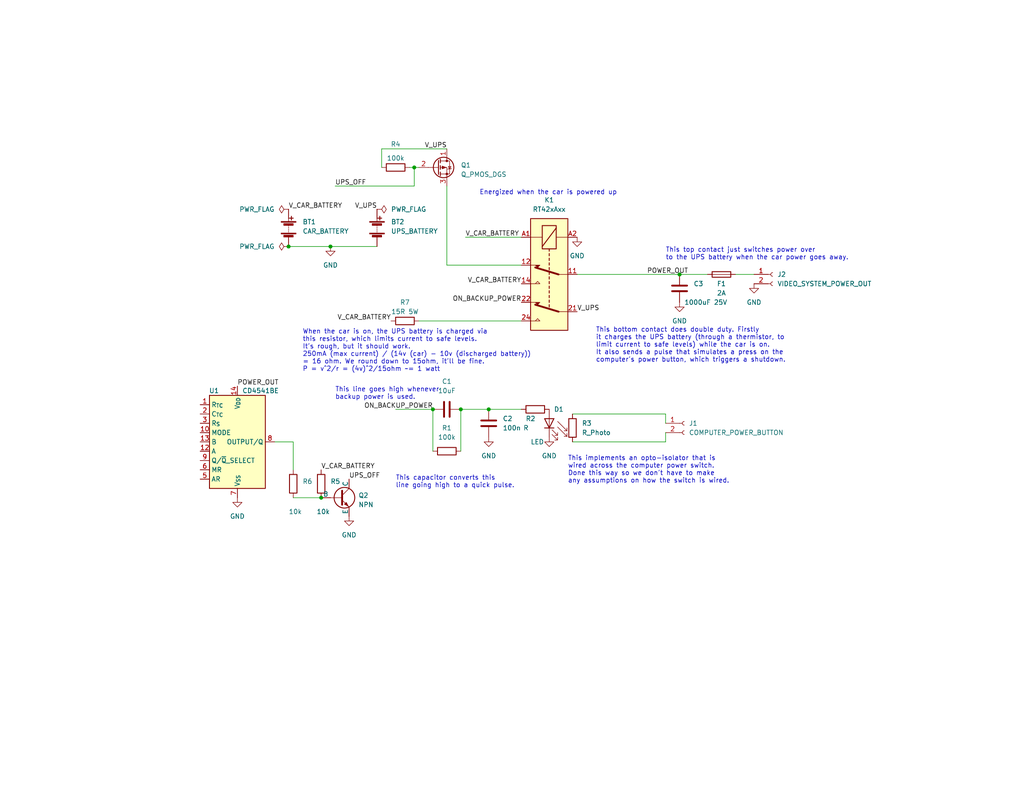
<source format=kicad_sch>
(kicad_sch (version 20230121) (generator eeschema)
  (paper "USLetter")
  (lib_symbols
    (symbol "Connector:Conn_01x02_Female" (pin_names (offset 1.016) hide)
      (property "Reference" "J" (at 0 2.54 0))
      (property "Value" "Conn_01x02_Female" (at 0 -5.08 0))
      (symbol "Conn_01x02_Female_1_1"
        (arc (start 0 -2.032) (mid -0.5058 -2.54) (end 0 -3.048) (stroke (width 0.1524)))
        (polyline (pts (xy -1.27 -2.54) (xy -0.508 -2.54)) (stroke (width 0.1524)))
        (polyline (pts (xy -1.27 0) (xy -0.508 0)) (stroke (width 0.1524)))
        (arc (start 0 0.508) (mid -0.5058 0) (end 0 -0.508) (stroke (width 0.1524)))
        (pin passive line (at -5.08 0 0) (length 3.81) (name "Pin_1") (number "1"))
        (pin passive line (at -5.08 -2.54 0) (length 3.81) (name "Pin_2") (number "2"))
      )
    )
    (symbol "Device:Battery" (pin_numbers hide) (pin_names (offset 0) hide)
      (property "Reference" "BT" (at 2.54 2.54 0))
      (property "Value" "Battery" (at 2.54 0 0))
      (symbol "Battery_0_1"
        (rectangle (start -2.032 -1.397) (end 2.032 -1.651) (fill (type outline)))
        (rectangle (start -2.032 1.778) (end 2.032 1.524) (fill (type outline)))
        (rectangle (start -1.3208 -1.9812) (end 1.27 -2.4892) (fill (type outline)))
        (rectangle (start -1.3208 1.1938) (end 1.27 0.6858) (fill (type outline)))
        (polyline (pts (xy 0 -1.524) (xy 0 -1.27)))
        (polyline (pts (xy 0 -1.016) (xy 0 -0.762)))
        (polyline (pts (xy 0 -0.508) (xy 0 -0.254)))
        (polyline (pts (xy 0 0) (xy 0 0.254)))
        (polyline (pts (xy 0 0.508) (xy 0 0.762)))
        (polyline (pts (xy 0 1.778) (xy 0 2.54)))
        (polyline (pts (xy 0.254 2.667) (xy 1.27 2.667)) (stroke (width 0.254)))
        (polyline (pts (xy 0.762 3.175) (xy 0.762 2.159)) (stroke (width 0.254)))
      )
      (symbol "Battery_1_1"
        (pin passive line (at 0 5.08 270) (length 2.54) (name "+") (number "1"))
        (pin passive line (at 0 -5.08 90) (length 2.54) (name "-") (number "2"))
      )
    )
    (symbol "Device:C" (pin_numbers hide) (pin_names (offset 0.254))
      (property "Reference" "C" (at 0.635 2.54 0))
      (property "Value" "C" (at 0.635 -2.54 0))
      (symbol "C_0_1"
        (polyline (pts (xy -2.032 -0.762) (xy 2.032 -0.762)) (stroke (width 0.508)))
        (polyline (pts (xy -2.032 0.762) (xy 2.032 0.762)) (stroke (width 0.508)))
      )
      (symbol "C_1_1"
        (pin passive line (at 0 3.81 270) (length 2.794) (name "~") (number "1"))
        (pin passive line (at 0 -3.81 90) (length 2.794) (name "~") (number "2"))
      )
    )
    (symbol "Device:Fuse" (pin_numbers hide) (pin_names (offset 0))
      (property "Reference" "F" (at 2.032 0 90))
      (property "Value" "Fuse" (at -1.905 0 90))
      (symbol "Fuse_0_1"
        (rectangle (start -0.762 -2.54) (end 0.762 2.54) (stroke (width 0.254)))
        (polyline (pts (xy 0 2.54) (xy 0 -2.54)))
      )
      (symbol "Fuse_1_1"
        (pin passive line (at 0 3.81 270) (length 1.27) (name "~") (number "1"))
        (pin passive line (at 0 -3.81 90) (length 1.27) (name "~") (number "2"))
      )
    )
    (symbol "Device:LED" (pin_numbers hide) (pin_names (offset 1.016) hide)
      (property "Reference" "D" (at 0 2.54 0))
      (property "Value" "LED" (at 0 -2.54 0))
      (symbol "LED_0_1"
        (polyline (pts (xy -1.27 -1.27) (xy -1.27 1.27)) (stroke (width 0.254)))
        (polyline (pts (xy -1.27 0) (xy 1.27 0)))
        (polyline (pts (xy 1.27 -1.27) (xy 1.27 1.27) (xy -1.27 0) (xy 1.27 -1.27)) (stroke (width 0.254)))
        (polyline (pts (xy -3.048 -0.762) (xy -4.572 -2.286) (xy -3.81 -2.286) (xy -4.572 -2.286) (xy -4.572 -1.524)))
        (polyline (pts (xy -1.778 -0.762) (xy -3.302 -2.286) (xy -2.54 -2.286) (xy -3.302 -2.286) (xy -3.302 -1.524)))
      )
      (symbol "LED_1_1"
        (pin passive line (at -3.81 0 0) (length 2.54) (name "K") (number "1"))
        (pin passive line (at 3.81 0 180) (length 2.54) (name "A") (number "2"))
      )
    )
    (symbol "Device:Q_PMOS_DGS" (pin_names (offset 0) hide)
      (property "Reference" "Q" (at 5.08 1.27 0))
      (property "Value" "Q_PMOS_DGS" (at 5.08 -1.27 0))
      (symbol "Q_PMOS_DGS_0_1"
        (polyline (pts (xy 0.254 0) (xy -2.54 0)))
        (polyline (pts (xy 0.254 1.905) (xy 0.254 -1.905)) (stroke (width 0.254)))
        (polyline (pts (xy 0.762 -1.27) (xy 0.762 -2.286)) (stroke (width 0.254)))
        (polyline (pts (xy 0.762 0.508) (xy 0.762 -0.508)) (stroke (width 0.254)))
        (polyline (pts (xy 0.762 2.286) (xy 0.762 1.27)) (stroke (width 0.254)))
        (polyline (pts (xy 2.54 2.54) (xy 2.54 1.778)))
        (polyline (pts (xy 2.54 -2.54) (xy 2.54 0) (xy 0.762 0)))
        (polyline (pts (xy 0.762 1.778) (xy 3.302 1.778) (xy 3.302 -1.778) (xy 0.762 -1.778)))
        (polyline (pts (xy 2.286 0) (xy 1.27 0.381) (xy 1.27 -0.381) (xy 2.286 0)) (fill (type outline)))
        (polyline (pts (xy 2.794 -0.508) (xy 2.921 -0.381) (xy 3.683 -0.381) (xy 3.81 -0.254)))
        (polyline (pts (xy 3.302 -0.381) (xy 2.921 0.254) (xy 3.683 0.254) (xy 3.302 -0.381)))
        (circle (center 1.651 0) (radius 2.794) (stroke (width 0.254)))
        (circle (center 2.54 -1.778) (radius 0.254) (fill (type outline)))
        (circle (center 2.54 1.778) (radius 0.254) (fill (type outline)))
      )
      (symbol "Q_PMOS_DGS_1_1"
        (pin passive line (at 2.54 5.08 270) (length 2.54) (name "D") (number "1"))
        (pin input line (at -5.08 0 0) (length 2.54) (name "G") (number "2"))
        (pin passive line (at 2.54 -5.08 90) (length 2.54) (name "S") (number "3"))
      )
    )
    (symbol "Device:R" (pin_numbers hide) (pin_names (offset 0))
      (property "Reference" "R" (at 2.032 0 90))
      (property "Value" "R" (at 0 0 90))
      (symbol "R_0_1"
        (rectangle (start -1.016 -2.54) (end 1.016 2.54) (stroke (width 0.254)))
      )
      (symbol "R_1_1"
        (pin passive line (at 0 3.81 270) (length 1.27) (name "~") (number "1"))
        (pin passive line (at 0 -3.81 90) (length 1.27) (name "~") (number "2"))
      )
    )
    (symbol "Device:R_Photo" (pin_numbers hide) (pin_names (offset 0))
      (property "Reference" "R" (at 1.27 1.27 0))
      (property "Value" "R_Photo" (at 1.27 0 0))
      (symbol "R_Photo_0_1"
        (rectangle (start -1.016 2.54) (end 1.016 -2.54) (stroke (width 0.254)))
        (polyline (pts (xy -1.524 -2.286) (xy -4.064 0.254)))
        (polyline (pts (xy -1.524 -2.286) (xy -2.286 -2.286)))
        (polyline (pts (xy -1.524 -2.286) (xy -1.524 -1.524)))
        (polyline (pts (xy -1.524 -0.762) (xy -4.064 1.778)))
        (polyline (pts (xy -1.524 -0.762) (xy -2.286 -0.762)))
        (polyline (pts (xy -1.524 -0.762) (xy -1.524 0)))
      )
      (symbol "R_Photo_1_1"
        (pin passive line (at 0 3.81 270) (length 1.27) (name "~") (number "1"))
        (pin passive line (at 0 -3.81 90) (length 1.27) (name "~") (number "2"))
      )
    )
    (symbol "GND_1" (power) (pin_names (offset 0))
      (property "Value" "GND_1" (at 0 -3.81 0))
      (symbol "GND_1_0_1"
        (polyline (pts (xy 0 0) (xy 0 -1.27) (xy 1.27 -1.27) (xy 0 -2.54) (xy -1.27 -1.27) (xy 0 -1.27)))
      )
      (symbol "GND_1_1_1"
        (pin power_in line (at 0 0 270) (length 0) hide (name "GND") (number "1"))
      )
    )
    (symbol "Relay:RT42xAxx"
      (property "Reference" "K" (at 16.51 3.81 0))
      (property "Value" "RT42xAxx" (at 16.51 1.27 0))
      (symbol "RT42xAxx_0_0"
        (polyline (pts (xy -7.62 1.905) (xy -12.7 -1.905)) (stroke (width 0.254)))
      )
      (symbol "RT42xAxx_0_1"
        (rectangle (start -15.24 5.08) (end 15.24 -5.08) (stroke (width 0.254)) (fill (type background)))
        (rectangle (start -13.335 1.905) (end -6.985 -1.905) (stroke (width 0.254)))
        (polyline (pts (xy -10.16 -5.08) (xy -10.16 -1.905)))
        (polyline (pts (xy -10.16 5.08) (xy -10.16 1.905)))
        (polyline (pts (xy -6.985 0) (xy -6.35 0)) (stroke (width 0.254)))
        (polyline (pts (xy -5.715 0) (xy -5.08 0)) (stroke (width 0.254)))
        (polyline (pts (xy -4.445 0) (xy -3.81 0)) (stroke (width 0.254)))
        (polyline (pts (xy -3.175 0) (xy -2.54 0)) (stroke (width 0.254)))
        (polyline (pts (xy -1.905 0) (xy -1.27 0)) (stroke (width 0.254)))
        (polyline (pts (xy -0.635 0) (xy 0 0)) (stroke (width 0.254)))
        (polyline (pts (xy 0 -2.54) (xy -1.905 3.81)) (stroke (width 0.508)))
        (polyline (pts (xy 0 -2.54) (xy 0 -5.08)))
        (polyline (pts (xy 0.635 0) (xy 1.27 0)) (stroke (width 0.254)))
        (polyline (pts (xy 1.905 0) (xy 2.54 0)) (stroke (width 0.254)))
        (polyline (pts (xy 3.175 0) (xy 3.81 0)) (stroke (width 0.254)))
        (polyline (pts (xy 4.445 0) (xy 5.08 0)) (stroke (width 0.254)))
        (polyline (pts (xy 5.715 0) (xy 6.35 0)) (stroke (width 0.254)))
        (polyline (pts (xy 6.985 0) (xy 7.62 0)) (stroke (width 0.254)))
        (polyline (pts (xy 8.255 0) (xy 8.89 0)) (stroke (width 0.254)))
        (polyline (pts (xy 10.16 -2.54) (xy 8.255 3.81)) (stroke (width 0.508)))
        (polyline (pts (xy 10.16 -2.54) (xy 10.16 -5.08)))
        (polyline (pts (xy -2.54 5.08) (xy -2.54 2.54) (xy -1.905 3.175) (xy -2.54 3.81)) (fill (type outline)))
        (polyline (pts (xy 2.54 5.08) (xy 2.54 2.54) (xy 1.905 3.175) (xy 2.54 3.81)))
        (polyline (pts (xy 7.62 5.08) (xy 7.62 2.54) (xy 8.255 3.175) (xy 7.62 3.81)) (fill (type outline)))
        (polyline (pts (xy 12.7 5.08) (xy 12.7 2.54) (xy 12.065 3.175) (xy 12.7 3.81)))
      )
      (symbol "RT42xAxx_1_1"
        (pin passive line (at 0 -7.62 90) (length 2.54) (name "~") (number "11"))
        (pin passive line (at -2.54 7.62 270) (length 2.54) (name "~") (number "12"))
        (pin passive line (at 2.54 7.62 270) (length 2.54) (name "~") (number "14"))
        (pin passive line (at 10.16 -7.62 90) (length 2.54) (name "~") (number "21"))
        (pin passive line (at 7.62 7.62 270) (length 2.54) (name "~") (number "22"))
        (pin passive line (at 12.7 7.62 270) (length 2.54) (name "~") (number "24"))
        (pin passive line (at -10.16 7.62 270) (length 2.54) (name "~") (number "A1"))
        (pin passive line (at -10.16 -7.62 90) (length 2.54) (name "~") (number "A2"))
      )
    )
    (symbol "Simulation_SPICE:NPN" (pin_numbers hide) (pin_names (offset 0))
      (property "Reference" "Q" (at -2.54 7.62 0))
      (property "Value" "NPN" (at -2.54 5.08 0))
      (symbol "NPN_0_1"
        (polyline (pts (xy -2.54 0) (xy 0.635 0)) (stroke (width 0.1524)))
        (polyline (pts (xy 0.635 0.635) (xy 2.54 2.54)))
        (polyline (pts (xy 2.794 -1.27) (xy 2.794 -1.27)) (stroke (width 0.1524)))
        (polyline (pts (xy 2.794 -1.27) (xy 2.794 -1.27)) (stroke (width 0.1524)))
        (polyline (pts (xy 0.635 -0.635) (xy 2.54 -2.54) (xy 2.54 -2.54)))
        (polyline (pts (xy 0.635 1.905) (xy 0.635 -1.905) (xy 0.635 -1.905)) (stroke (width 0.508)))
        (polyline (pts (xy 1.27 -1.778) (xy 1.778 -1.27) (xy 2.286 -2.286) (xy 1.27 -1.778) (xy 1.27 -1.778)) (fill (type outline)))
        (circle (center 1.27 0) (radius 2.8194) (stroke (width 0.254)))
      )
      (symbol "NPN_1_1"
        (pin open_collector line (at 2.54 5.08 270) (length 2.54) (name "C") (number "1"))
        (pin input line (at -5.08 0 0) (length 2.54) (name "B") (number "2"))
        (pin open_emitter line (at 2.54 -5.08 90) (length 2.54) (name "E") (number "3"))
      )
    )
    (symbol "Timer:CD4541BE"
      (property "Reference" "U" (at -7.62 15.24 0))
      (property "Value" "CD4541BE" (at 7.62 15.24 0))
      (symbol "CD4541BE_0_0"
        (pin input line (at -10.16 10.16 0) (length 2.54) (name "R_{TC}") (number "1"))
        (pin input line (at -10.16 2.54 0) (length 2.54) (name "MODE") (number "10"))
        (pin no_connect line (at 7.62 -7.62 180) (length 2.54) hide (name "NC") (number "11"))
        (pin input line (at -10.16 -2.54 0) (length 2.54) (name "A") (number "12"))
        (pin input line (at -10.16 0 0) (length 2.54) (name "B") (number "13"))
        (pin power_in line (at 0 15.24 270) (length 2.54) (name "V_{DD}") (number "14"))
        (pin input line (at -10.16 7.62 0) (length 2.54) (name "C_{TC}") (number "2"))
        (pin input line (at -10.16 5.08 0) (length 2.54) (name "R_{S}") (number "3"))
        (pin no_connect line (at 7.62 -5.08 180) (length 2.54) hide (name "NC") (number "4"))
        (pin input line (at -10.16 -10.16 0) (length 2.54) (name "AR") (number "5"))
        (pin input line (at -10.16 -7.62 0) (length 2.54) (name "MR") (number "6"))
        (pin power_in line (at 0 -15.24 90) (length 2.54) (name "V_{SS}") (number "7"))
        (pin output line (at 10.16 0 180) (length 2.54) (name "OUTPUT/Q") (number "8"))
        (pin input line (at -10.16 -5.08 0) (length 2.54) (name "Q/~{Q}_SELECT") (number "9"))
      )
      (symbol "CD4541BE_0_1"
        (rectangle (start 7.62 -12.7) (end -7.62 12.7) (stroke (width 0.254)) (fill (type background)))
      )
    )
    (symbol "power:GND" (power) (pin_names (offset 0))
      (property "Value" "GND" (at 0 -3.81 0))
      (symbol "GND_0_1"
        (polyline (pts (xy 0 0) (xy 0 -1.27) (xy 1.27 -1.27) (xy 0 -2.54) (xy -1.27 -1.27) (xy 0 -1.27)))
      )
      (symbol "GND_1_1"
        (pin power_in line (at 0 0 270) (length 0) hide (name "GND") (number "1"))
      )
    )
    (symbol "power:PWR_FLAG" (power) (pin_numbers hide) (pin_names (offset 0) hide)
      (property "Value" "PWR_FLAG" (at 0 3.81 0))
      (symbol "PWR_FLAG_0_0"
        (pin power_out line (at 0 0 90) (length 0) (name "pwr") (number "1"))
      )
      (symbol "PWR_FLAG_0_1"
        (polyline (pts (xy 0 0) (xy 0 1.27) (xy -1.016 1.905) (xy 0 2.54) (xy 1.016 1.905) (xy 0 1.27)))
      )
    )
  )
  (junction (at 118.11 111.76))
  (junction (at 113.03 45.72))
  (junction (at 78.74 67.31))
  (junction (at 90.17 67.31))
  (junction (at 125.73 111.76))
  (junction (at 87.63 135.89))
  (junction (at 185.42 74.93))
  (junction (at 133.35 111.76))
  (wire (pts (xy 133.35 111.76) (xy 142.24 111.76)))
  (wire (pts (xy 156.21 120.65) (xy 181.61 120.65)))
  (wire (pts (xy 80.01 120.65) (xy 74.93 120.65)))
  (wire (pts (xy 91.44 50.8) (xy 113.03 50.8)))
  (wire (pts (xy 181.61 113.03) (xy 181.61 115.57)))
  (wire (pts (xy 125.73 111.76) (xy 133.35 111.76)))
  (wire (pts (xy 80.01 128.27) (xy 80.01 120.65)))
  (wire (pts (xy 104.14 40.64) (xy 121.92 40.64)))
  (wire (pts (xy 181.61 120.65) (xy 181.61 118.11)))
  (wire (pts (xy 156.21 113.03) (xy 181.61 113.03)))
  (wire (pts (xy 111.76 45.72) (xy 113.03 45.72)))
  (wire (pts (xy 114.3 87.63) (xy 142.24 87.63)))
  (wire (pts (xy 121.92 72.39) (xy 121.92 50.8)))
  (wire (pts (xy 127 64.77) (xy 142.24 64.77)))
  (wire (pts (xy 118.11 111.76) (xy 118.11 123.19)))
  (wire (pts (xy 113.03 45.72) (xy 113.03 50.8)))
  (wire (pts (xy 104.14 40.64) (xy 104.14 45.72)))
  (wire (pts (xy 80.01 135.89) (xy 87.63 135.89)))
  (wire (pts (xy 125.73 111.76) (xy 125.73 123.19)))
  (wire (pts (xy 185.42 74.93) (xy 193.04 74.93)))
  (wire (pts (xy 200.66 74.93) (xy 205.74 74.93)))
  (wire (pts (xy 78.74 67.31) (xy 90.17 67.31)))
  (wire (pts (xy 90.17 67.31) (xy 102.87 67.31)))
  (wire (pts (xy 107.95 111.76) (xy 118.11 111.76)))
  (wire (pts (xy 142.24 72.39) (xy 121.92 72.39)))
  (wire (pts (xy 157.48 74.93) (xy 185.42 74.93)))
  (wire (pts (xy 113.03 45.72) (xy 114.3 45.72)))
  (text "When the car is on, the UPS battery is charged via\nthis resistor, which limits current to safe levels.\nIt's rough, but it should work.\n250mA (max current) / (14v (car) - 10v (discharged battery))\n= 16 ohm. We round down to 15ohm, it'll be fine.\nP = v^2/r = (4v)^2/15ohm ~= 1 watt" (at 82.55 101.6 0) (effects (font (size 1.27 1.27)) (justify left bottom)))
  (text "This top contact just switches power over\nto the UPS battery when the car power goes away." (at 181.61 71.12 0) (effects (font (size 1.27 1.27)) (justify left bottom)))
  (text "This line goes high whenever\nbackup power is used." (at 91.44 109.22 0) (effects (font (size 1.27 1.27)) (justify left bottom)))
  (text "This bottom contact does double duty. Firstly\nit charges the UPS battery (through a thermistor, to\nlimit current to safe levels) while the car is on.\nIt also sends a pulse that simulates a press on the\ncomputer's power button, which triggers a shutdown." (at 162.56 99.06 0) (effects (font (size 1.27 1.27)) (justify left bottom)))
  (text "This capacitor converts this\nline going high to a quick pulse." (at 107.95 133.35 0) (effects (font (size 1.27 1.27)) (justify left bottom)))
  (text "Energized when the car is powered up" (at 130.81 53.34 0) (effects (font (size 1.27 1.27)) (justify left bottom)))
  (text "This implements an opto-isolator that is\nwired across the computer power switch.\nDone this way so we don't have to make\nany assumptions on how the switch is wired." (at 154.94 132.08 0) (effects (font (size 1.27 1.27)) (justify left bottom)))
  (label "V_CAR_BATTERY" (at 78.74 57.15 0))
  (label "ON_BACKUP_POWER" (at 142.24 82.55 180))
  (label "V_CAR_BATTERY" (at 87.63 128.27 0))
  (label "POWER_OUT" (at 64.77 105.41 0))
  (label "V_CAR_BATTERY" (at 106.68 87.63 180))
  (label "ON_BACKUP_POWER" (at 118.11 111.76 180))
  (label "V_UPS" (at 102.87 57.15 180))
  (label "UPS_OFF" (at 91.44 50.8 0))
  (label "V_UPS" (at 157.48 85.09 0))
  (label "POWER_OUT" (at 176.53 74.93 0))
  (label "V_UPS" (at 121.92 40.64 180))
  (label "UPS_OFF" (at 95.25 130.81 0))
  (label "V_CAR_BATTERY" (at 127 64.77 0))
  (label "V_CAR_BATTERY" (at 142.24 77.47 180))
  (symbol (lib_id "Device:R") (at 87.63 132.08 0) (unit 1)
    (property "Reference" "R5" (at 90.17 131.445 0) (effects (justify left)))
    (property "Value" "10k" (at 86.36 139.7 0) (effects (justify left)))
  )
  (symbol (lib_id "Timer:CD4541BE") (at 64.77 120.65 0) (unit 1)
    (property "Reference" "U1" (at 58.42 106.68 0))
    (property "Value" "CD4541BE" (at 71.12 106.68 0))
    (property "Footprint" "Package_DIP:DIP-14_W7.62mm" (effects hide))
    (property "Datasheet" "https://www.ti.com/lit/ds/symlink/cd4541b.pdf" (effects hide))
  )
  (symbol (lib_name "GND_1") (lib_id "power:GND") (at 95.25 140.97 0) (unit 1)
    (property "Reference" "#PWR07" (effects hide))
    (property "Value" "GND" (at 95.25 146.05 0))
  )
  (symbol (lib_id "Device:C") (at 133.35 115.57 0) (unit 1)
    (property "Reference" "C2" (at 137.16 114.2999 0) (effects (justify left)))
    (property "Value" "100n" (at 137.16 116.8399 0) (effects (justify left)))
  )
  (symbol (lib_id "Connector:Conn_01x02_Female") (at 210.82 74.93 0) (unit 1)
    (property "Reference" "J2" (at 212.09 74.9299 0) (effects (justify left)))
    (property "Value" "VIDEO_SYSTEM_POWER_OUT" (at 212.09 77.4699 0) (effects (justify left)))
  )
  (symbol (lib_id "Device:R") (at 121.92 123.19 90) (unit 1)
    (property "Reference" "R1" (at 121.92 116.84 90))
    (property "Value" "100k" (at 121.92 119.38 90))
  )
  (symbol (lib_id "power:GND") (at 149.86 119.38 0) (unit 1)
    (property "Reference" "#PWR03" (effects hide))
    (property "Value" "GND" (at 149.86 124.46 0))
  )
  (symbol (lib_id "Device:Q_PMOS_DGS") (at 119.38 45.72 0) (unit 1)
    (property "Reference" "Q1" (at 125.73 45.085 0) (effects (justify left)))
    (property "Value" "Q_PMOS_DGS" (at 125.73 47.625 0) (effects (justify left)))
  )
  (symbol (lib_id "Device:Fuse") (at 196.85 74.93 90) (unit 1)
    (property "Reference" "F1" (at 196.85 77.47 90))
    (property "Value" "2A" (at 196.85 80.01 90))
  )
  (symbol (lib_id "Device:R") (at 80.01 132.08 0) (unit 1)
    (property "Reference" "R6" (at 82.55 131.445 0) (effects (justify left)))
    (property "Value" "10k" (at 78.74 139.7 0) (effects (justify left)))
  )
  (symbol (lib_id "Device:C") (at 121.92 111.76 90) (unit 1)
    (property "Reference" "C1" (at 121.92 104.14 90))
    (property "Value" "10uF" (at 121.92 106.68 90))
  )
  (symbol (lib_id "power:PWR_FLAG") (at 102.87 57.15 270) (unit 1)
    (property "Reference" "#FLG0103" (effects hide))
    (property "Value" "PWR_FLAG" (at 106.68 57.1499 90) (effects (justify left)))
  )
  (symbol (lib_id "power:GND") (at 64.77 135.89 0) (unit 1)
    (property "Reference" "#PWR?" (effects hide))
    (property "Value" "GND" (at 64.77 140.97 0))
  )
  (symbol (lib_id "Device:LED") (at 149.86 115.57 90) (unit 1)
    (property "Reference" "D1" (at 151.13 111.76 90) (effects (justify right)))
    (property "Value" "LED" (at 144.78 120.65 90) (effects (justify right)))
  )
  (symbol (lib_id "Connector:Conn_01x02_Female") (at 186.69 115.57 0) (unit 1)
    (property "Reference" "J1" (at 187.96 115.5699 0) (effects (justify left)))
    (property "Value" "COMPUTER_POWER_BUTTON" (at 187.96 118.1099 0) (effects (justify left)))
  )
  (symbol (lib_id "Device:R") (at 146.05 111.76 90) (unit 1)
    (property "Reference" "R2" (at 144.78 114.3 90))
    (property "Value" "R" (at 143.51 116.84 90))
  )
  (symbol (lib_id "power:GND") (at 205.74 77.47 0) (unit 1)
    (property "Reference" "#PWR06" (effects hide))
    (property "Value" "GND" (at 205.74 82.55 0))
  )
  (symbol (lib_id "power:GND") (at 133.35 119.38 0) (unit 1)
    (property "Reference" "#PWR02" (effects hide))
    (property "Value" "GND" (at 133.35 124.46 0))
  )
  (symbol (lib_id "Device:Battery") (at 102.87 62.23 0) (unit 1)
    (property "Reference" "BT2" (at 106.68 60.5789 0) (effects (justify left)))
    (property "Value" "UPS_BATTERY" (at 106.68 63.1189 0) (effects (justify left)))
  )
  (symbol (lib_id "Device:R") (at 110.49 87.63 90) (unit 1)
    (property "Reference" "R7" (at 110.49 82.55 90))
    (property "Value" "15R 5W" (at 110.49 85.09 90))
  )
  (symbol (lib_id "Device:R_Photo") (at 156.21 116.84 0) (unit 1)
    (property "Reference" "R3" (at 158.75 115.5699 0) (effects (justify left)))
    (property "Value" "R_Photo" (at 158.75 118.1099 0) (effects (justify left)))
  )
  (symbol (lib_id "Device:C") (at 185.42 78.74 0) (unit 1)
    (property "Reference" "C3" (at 189.23 77.4699 0) (effects (justify left)))
    (property "Value" "1000uF 25V" (at 186.69 82.55 0) (effects (justify left)))
  )
  (symbol (lib_id "power:PWR_FLAG") (at 78.74 67.31 90) (unit 1)
    (property "Reference" "#FLG0101" (effects hide))
    (property "Value" "PWR_FLAG" (at 74.93 67.3099 90) (effects (justify left)))
  )
  (symbol (lib_id "power:PWR_FLAG") (at 78.74 57.15 90) (unit 1)
    (property "Reference" "#FLG0102" (effects hide))
    (property "Value" "PWR_FLAG" (at 74.93 57.1499 90) (effects (justify left)))
  )
  (symbol (lib_id "Device:Battery") (at 78.74 62.23 0) (unit 1)
    (property "Reference" "BT1" (at 82.55 60.5789 0) (effects (justify left)))
    (property "Value" "CAR_BATTERY" (at 82.55 63.1189 0) (effects (justify left)))
  )
  (symbol (lib_id "Device:R") (at 107.95 45.72 90) (unit 1)
    (property "Reference" "R4" (at 107.95 39.37 90))
    (property "Value" "100k" (at 107.95 43.18 90))
  )
  (symbol (lib_id "power:GND") (at 90.17 67.31 0) (unit 1)
    (property "Reference" "#PWR01" (effects hide))
    (property "Value" "GND" (at 90.17 72.39 0))
  )
  (symbol (lib_id "Relay:RT42xAxx") (at 149.86 74.93 90) (mirror x) (unit 1)
    (property "Reference" "K1" (at 149.86 54.61 90))
    (property "Value" "RT42xAxx" (at 149.86 57.15 90))
    (property "Footprint" "Relay_THT:Relay_DPDT_Schrack-RT2-FormC_RM5mm" (effects hide))
    (property "Datasheet" "http://www.te.com/commerce/DocumentDelivery/DDEController?Action=showdoc&DocId=Data+Sheet%7FRT2_bistable%7F1116%7Fpdf%7FEnglish%7FENG_DS_RT2_bistable_1116.pdf%7F1-1415537-8" (effects hide))
  )
  (symbol (lib_id "Simulation_SPICE:NPN") (at 92.71 135.89 0) (unit 1)
    (property "Reference" "Q2" (at 97.79 135.255 0) (effects (justify left)))
    (property "Value" "NPN" (at 97.79 137.795 0) (effects (justify left)))
    (property "Sim.Device" "NPN" (effects hide))
    (property "Sim.Type" "GUMMELPOON" (effects hide))
    (property "Sim.Pins" "1=C 2=B 3=E" (effects hide))
  )
  (symbol (lib_id "power:GND") (at 185.42 82.55 0) (unit 1)
    (property "Reference" "#PWR05" (effects hide))
    (property "Value" "GND" (at 185.42 87.63 0))
  )
  (symbol (lib_id "power:GND") (at 157.48 64.77 0) (unit 1)
    (property "Reference" "#PWR04" (effects hide))
    (property "Value" "GND" (at 157.48 69.85 0))
  )
)
</source>
